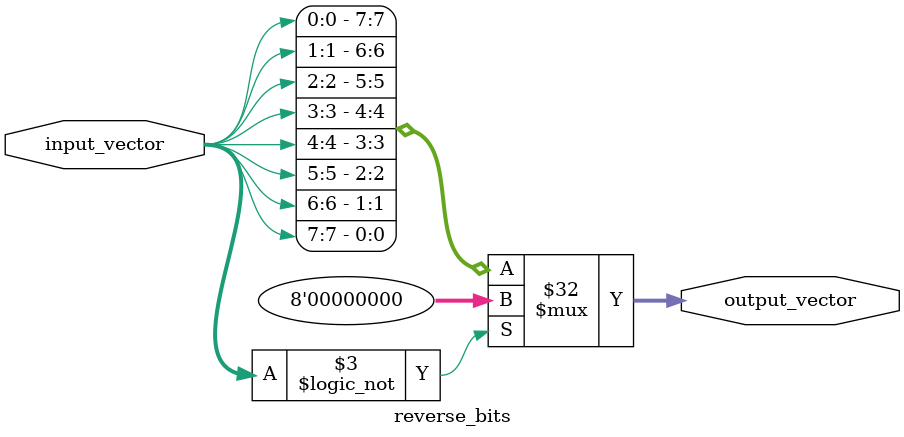
<source format=v>
module reverse_bits (
  input [7:0] input_vector,
  output reg [7:0] output_vector
);

  reg [7:0] temp_vector;
  integer i;

  always @(*) begin
    if (input_vector == 8'b00000000) begin
      output_vector = 8'b00000000;
    end else begin
      for (i = 0; i < 8; i = i + 1) begin
        temp_vector[i] = input_vector[7 - i];
      end
      output_vector = temp_vector;
    end
  end

endmodule

</source>
